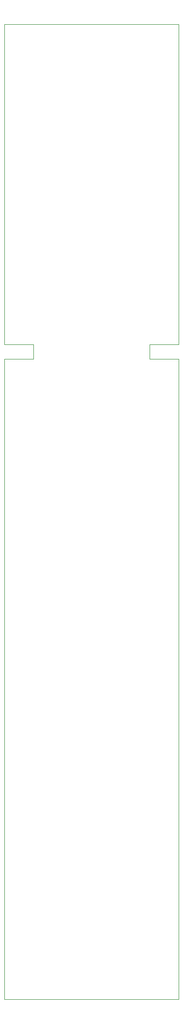
<source format=gbr>
G04 #@! TF.GenerationSoftware,KiCad,Pcbnew,5.1.5*
G04 #@! TF.CreationDate,2020-04-23T18:51:29+02:00*
G04 #@! TF.ProjectId,water_level,77617465-725f-46c6-9576-656c2e6b6963,rev?*
G04 #@! TF.SameCoordinates,Original*
G04 #@! TF.FileFunction,Profile,NP*
%FSLAX46Y46*%
G04 Gerber Fmt 4.6, Leading zero omitted, Abs format (unit mm)*
G04 Created by KiCad (PCBNEW 5.1.5) date 2020-04-23 18:51:29*
%MOMM*%
%LPD*%
G04 APERTURE LIST*
%ADD10C,0.050000*%
G04 APERTURE END LIST*
D10*
X25400000Y-190500000D02*
X55880000Y-190500000D01*
X55880000Y-78740000D02*
X55880000Y-190500000D01*
X50800000Y-78740000D02*
X55880000Y-78740000D01*
X50800000Y-76200000D02*
X50800000Y-78740000D01*
X55880000Y-76200000D02*
X50800000Y-76200000D01*
X55880000Y-20320000D02*
X55880000Y-76200000D01*
X55245000Y-20320000D02*
X55880000Y-20320000D01*
X25400000Y-20320000D02*
X55245000Y-20320000D01*
X25400000Y-78740000D02*
X25400000Y-190500000D01*
X30480000Y-78740000D02*
X25400000Y-78740000D01*
X30480000Y-76200000D02*
X30480000Y-78740000D01*
X25400000Y-76200000D02*
X30480000Y-76200000D01*
X25400000Y-20320000D02*
X25400000Y-76200000D01*
M02*

</source>
